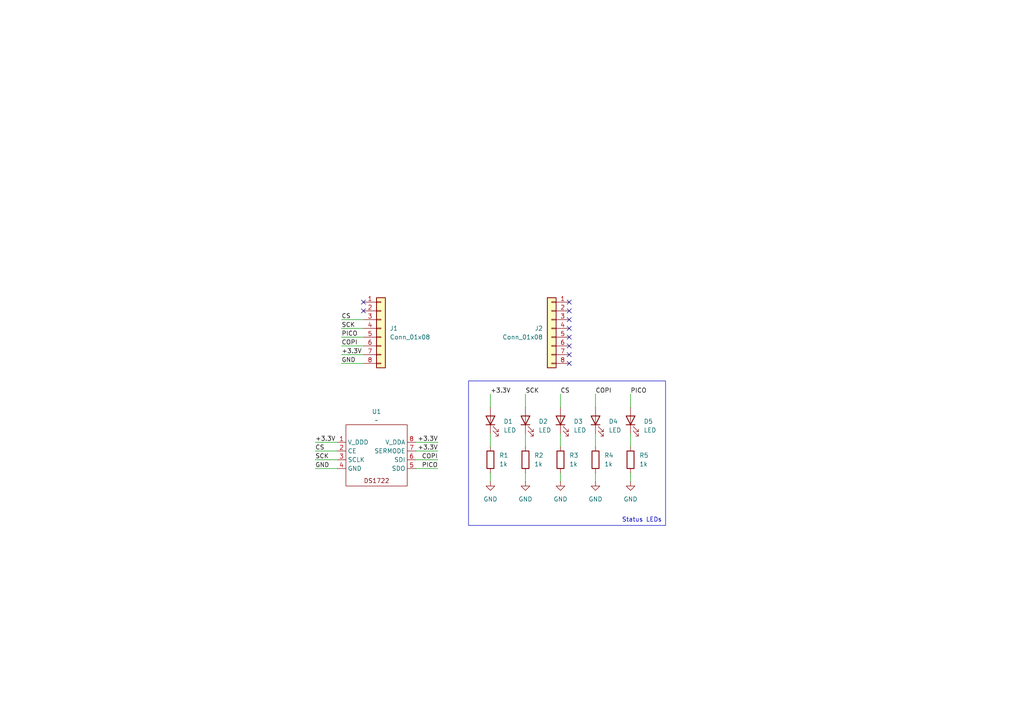
<source format=kicad_sch>
(kicad_sch (version 20231120) (generator "eeschema") (generator_version "8.0")
  (paper "A4")
  (lib_symbols
    (symbol "Connector_Generic:Conn_01x08" (pin_names (offset 1.016) hide)
      (property "Reference" "J" (at 0 10.16 0))
      (property "Value" "Conn_01x08" (at 0 -12.7 0))
      (symbol "Conn_01x08_1_1"
        (rectangle (start -1.27 -10.033) (end 0 -10.287) (stroke (width 0.1524)))
        (rectangle (start -1.27 -7.493) (end 0 -7.747) (stroke (width 0.1524)))
        (rectangle (start -1.27 -4.953) (end 0 -5.207) (stroke (width 0.1524)))
        (rectangle (start -1.27 -2.413) (end 0 -2.667) (stroke (width 0.1524)))
        (rectangle (start -1.27 0.127) (end 0 -0.127) (stroke (width 0.1524)))
        (rectangle (start -1.27 2.667) (end 0 2.413) (stroke (width 0.1524)))
        (rectangle (start -1.27 5.207) (end 0 4.953) (stroke (width 0.1524)))
        (rectangle (start -1.27 7.747) (end 0 7.493) (stroke (width 0.1524)))
        (rectangle (start -1.27 8.89) (end 1.27 -11.43) (stroke (width 0.254)) (fill (type background)))
        (pin passive line (at -5.08 7.62 0) (length 3.81) (name "Pin_1") (number "1"))
        (pin passive line (at -5.08 5.08 0) (length 3.81) (name "Pin_2") (number "2"))
        (pin passive line (at -5.08 2.54 0) (length 3.81) (name "Pin_3") (number "3"))
        (pin passive line (at -5.08 0 0) (length 3.81) (name "Pin_4") (number "4"))
        (pin passive line (at -5.08 -2.54 0) (length 3.81) (name "Pin_5") (number "5"))
        (pin passive line (at -5.08 -5.08 0) (length 3.81) (name "Pin_6") (number "6"))
        (pin passive line (at -5.08 -7.62 0) (length 3.81) (name "Pin_7") (number "7"))
        (pin passive line (at -5.08 -10.16 0) (length 3.81) (name "Pin_8") (number "8"))
      )
    )
    (symbol "Device:LED" (pin_numbers hide) (pin_names (offset 1.016) hide)
      (property "Reference" "D" (at 0 2.54 0))
      (property "Value" "LED" (at 0 -2.54 0))
      (symbol "LED_0_1"
        (polyline (pts (xy -1.27 -1.27) (xy -1.27 1.27)) (stroke (width 0.254)))
        (polyline (pts (xy -1.27 0) (xy 1.27 0)))
        (polyline (pts (xy 1.27 -1.27) (xy 1.27 1.27) (xy -1.27 0) (xy 1.27 -1.27)) (stroke (width 0.254)))
        (polyline (pts (xy -3.048 -0.762) (xy -4.572 -2.286) (xy -3.81 -2.286) (xy -4.572 -2.286) (xy -4.572 -1.524)))
        (polyline (pts (xy -1.778 -0.762) (xy -3.302 -2.286) (xy -2.54 -2.286) (xy -3.302 -2.286) (xy -3.302 -1.524)))
      )
      (symbol "LED_1_1"
        (pin passive line (at -3.81 0 0) (length 2.54) (name "K") (number "1"))
        (pin passive line (at 3.81 0 180) (length 2.54) (name "A") (number "2"))
      )
    )
    (symbol "Device:R" (pin_numbers hide) (pin_names (offset 0))
      (property "Reference" "R" (at 2.032 0 90))
      (property "Value" "R" (at 0 0 90))
      (symbol "R_0_1"
        (rectangle (start -1.016 -2.54) (end 1.016 2.54) (stroke (width 0.254)))
      )
      (symbol "R_1_1"
        (pin passive line (at 0 3.81 270) (length 1.27) (name "~") (number "1"))
        (pin passive line (at 0 -3.81 90) (length 1.27) (name "~") (number "2"))
      )
    )
    (symbol "PCB_Symbols:DS1722"
      (property "Reference" "U1" (at 0 7.874 0))
      (symbol "DS1722_0_1"
        (rectangle (start -8.89 6.35) (end 8.89 -11.43))
      )
      (symbol "DS1722_1_1"
        (text "DS1722" (at 0 -9.906 0) (effects (font (size 1.27 1.27))))
        (pin input line (at -11.43 1.27 0) (length 2.54) (name "V_DDD") (number "1"))
        (pin input line (at -11.43 -1.27 0) (length 2.54) (name "CE") (number "2"))
        (pin input line (at -11.43 -3.81 0) (length 2.54) (name "SCLK") (number "3"))
        (pin input line (at -11.43 -6.35 0) (length 2.54) (name "GND") (number "4"))
        (pin output line (at 11.43 -6.35 180) (length 2.54) (name "SDO") (number "5"))
        (pin input line (at 11.43 -3.81 180) (length 2.54) (name "SDI") (number "6"))
        (pin input line (at 11.43 -1.27 180) (length 2.54) (name "SERMODE") (number "7"))
        (pin input line (at 11.43 1.27 180) (length 2.54) (name "V_DDA") (number "8"))
      )
    )
    (symbol "power:GND" (power) (pin_numbers hide) (pin_names (offset 0) hide)
      (property "Value" "GND" (at 0 -3.81 0))
      (symbol "GND_0_1"
        (polyline (pts (xy 0 0) (xy 0 -1.27) (xy 1.27 -1.27) (xy 0 -2.54) (xy -1.27 -1.27) (xy 0 -1.27)))
      )
      (symbol "GND_1_1"
        (pin power_in line (at 0 0 270) (length 0) (name "~") (number "1"))
      )
    )
  )
  (no_connect (at 165.1 92.71))
  (no_connect (at 105.41 87.63))
  (no_connect (at 165.1 100.33))
  (no_connect (at 165.1 102.87))
  (no_connect (at 165.1 105.41))
  (no_connect (at 165.1 87.63))
  (no_connect (at 165.1 95.25))
  (no_connect (at 105.41 90.17))
  (no_connect (at 165.1 90.17))
  (no_connect (at 165.1 97.79))
  (wire (pts (xy 152.4 125.73) (xy 152.4 129.54)))
  (wire (pts (xy 99.06 97.79) (xy 105.41 97.79)))
  (wire (pts (xy 172.72 114.3) (xy 172.72 118.11)))
  (wire (pts (xy 91.44 133.35) (xy 97.79 133.35)))
  (wire (pts (xy 91.44 128.27) (xy 97.79 128.27)))
  (wire (pts (xy 127 130.81) (xy 120.65 130.81)))
  (wire (pts (xy 172.72 125.73) (xy 172.72 129.54)))
  (wire (pts (xy 142.24 114.3) (xy 142.24 118.11)))
  (wire (pts (xy 162.56 114.3) (xy 162.56 118.11)))
  (wire (pts (xy 182.88 114.3) (xy 182.88 118.11)))
  (wire (pts (xy 182.88 137.16) (xy 182.88 139.7)))
  (wire (pts (xy 99.06 95.25) (xy 105.41 95.25)))
  (wire (pts (xy 142.24 137.16) (xy 142.24 139.7)))
  (wire (pts (xy 172.72 137.16) (xy 172.72 139.7)))
  (wire (pts (xy 91.44 130.81) (xy 97.79 130.81)))
  (wire (pts (xy 127 133.35) (xy 120.65 133.35)))
  (wire (pts (xy 99.06 92.71) (xy 105.41 92.71)))
  (wire (pts (xy 99.06 102.87) (xy 105.41 102.87)))
  (wire (pts (xy 162.56 125.73) (xy 162.56 129.54)))
  (wire (pts (xy 127 135.89) (xy 120.65 135.89)))
  (wire (pts (xy 152.4 114.3) (xy 152.4 118.11)))
  (wire (pts (xy 127 128.27) (xy 120.65 128.27)))
  (wire (pts (xy 99.06 105.41) (xy 105.41 105.41)))
  (wire (pts (xy 152.4 137.16) (xy 152.4 139.7)))
  (wire (pts (xy 91.44 135.89) (xy 97.79 135.89)))
  (wire (pts (xy 182.88 125.73) (xy 182.88 129.54)))
  (wire (pts (xy 142.24 125.73) (xy 142.24 129.54)))
  (wire (pts (xy 99.06 100.33) (xy 105.41 100.33)))
  (wire (pts (xy 162.56 137.16) (xy 162.56 139.7)))
  (rectangle (start 135.89 110.49) (end 193.04 152.4))
  (text "Status LEDs" (at 186.182 150.876 0) (effects (font (size 1.27 1.27))))
  (label "GND" (at 91.44 135.89 0))
  (label "+3.3V" (at 127 130.81 180))
  (label "COPI" (at 99.06 100.33 0))
  (label "GND" (at 99.06 105.41 0))
  (label "+3.3V" (at 99.06 102.87 0))
  (label "SCK" (at 99.06 95.25 0))
  (label "+3.3V" (at 127 128.27 180))
  (label "+3.3V" (at 91.44 128.27 0))
  (label "COPI" (at 127 133.35 180))
  (label "PICO" (at 99.06 97.79 0))
  (label "CS" (at 99.06 92.71 0))
  (label "PICO" (at 182.88 114.3 0))
  (label "+3.3V" (at 142.24 114.3 0))
  (label "PICO" (at 127 135.89 180))
  (label "SCK" (at 91.44 133.35 0))
  (label "CS" (at 162.56 114.3 0))
  (label "CS" (at 91.44 130.81 0))
  (label "SCK" (at 152.4 114.3 0))
  (label "COPI" (at 172.72 114.3 0))
  (symbol (lib_id "Device:R") (at 152.4 133.35 0) (unit 1)
    (property "Reference" "R2" (at 154.94 132.0799 0) (effects (justify left)))
    (property "Value" "1k" (at 154.94 134.6199 0) (effects (justify left)))
    (property "Footprint" "Resistor_SMD:R_0805_2012Metric" (effects (hide yes)))
    (property "Description" "Resistor" (effects (hide yes)))
  )
  (symbol (lib_id "Device:LED") (at 152.4 121.92 90) (unit 1)
    (property "Reference" "D2" (at 156.21 122.2374 90) (effects (justify right)))
    (property "Value" "LED" (at 156.21 124.7774 90) (effects (justify right)))
    (property "Footprint" "LED_SMD:LED_0805_2012Metric" (effects (hide yes)))
    (property "Description" "Light emitting diode" (effects (hide yes)))
  )
  (symbol (lib_id "Device:LED") (at 162.56 121.92 90) (unit 1)
    (property "Reference" "D3" (at 166.37 122.2374 90) (effects (justify right)))
    (property "Value" "LED" (at 166.37 124.7774 90) (effects (justify right)))
    (property "Footprint" "LED_SMD:LED_0805_2012Metric" (effects (hide yes)))
    (property "Description" "Light emitting diode" (effects (hide yes)))
  )
  (symbol (lib_id "Device:R") (at 172.72 133.35 0) (unit 1)
    (property "Reference" "R4" (at 175.26 132.0799 0) (effects (justify left)))
    (property "Value" "1k" (at 175.26 134.6199 0) (effects (justify left)))
    (property "Footprint" "Resistor_SMD:R_0805_2012Metric" (effects (hide yes)))
    (property "Description" "Resistor" (effects (hide yes)))
  )
  (symbol (lib_id "Device:LED") (at 182.88 121.92 90) (unit 1)
    (property "Reference" "D5" (at 186.69 122.2374 90) (effects (justify right)))
    (property "Value" "LED" (at 186.69 124.7774 90) (effects (justify right)))
    (property "Footprint" "LED_SMD:LED_0805_2012Metric" (effects (hide yes)))
    (property "Description" "Light emitting diode" (effects (hide yes)))
  )
  (symbol (lib_id "Device:LED") (at 142.24 121.92 90) (unit 1)
    (property "Reference" "D1" (at 146.05 122.2374 90) (effects (justify right)))
    (property "Value" "LED" (at 146.05 124.7774 90) (effects (justify right)))
    (property "Footprint" "LED_SMD:LED_0805_2012Metric" (effects (hide yes)))
    (property "Description" "Light emitting diode" (effects (hide yes)))
  )
  (symbol (lib_id "Device:R") (at 182.88 133.35 0) (unit 1)
    (property "Reference" "R5" (at 185.42 132.0799 0) (effects (justify left)))
    (property "Value" "1k" (at 185.42 134.6199 0) (effects (justify left)))
    (property "Footprint" "Resistor_SMD:R_0805_2012Metric" (effects (hide yes)))
    (property "Description" "Resistor" (effects (hide yes)))
  )
  (symbol (lib_id "PCB_Symbols:DS1722") (at 109.22 129.54 0) (unit 1)
    (property "Reference" "U1" (at 109.22 119.38 0))
    (property "Value" "~" (at 109.22 121.92 0))
    (property "Footprint" "ds1722:DS1722" (effects (hide yes)))
  )
  (symbol (lib_id "Device:R") (at 142.24 133.35 0) (unit 1)
    (property "Reference" "R1" (at 144.78 132.0799 0) (effects (justify left)))
    (property "Value" "1k" (at 144.78 134.6199 0) (effects (justify left)))
    (property "Footprint" "Resistor_SMD:R_0805_2012Metric" (effects (hide yes)))
    (property "Description" "Resistor" (effects (hide yes)))
  )
  (symbol (lib_id "power:GND") (at 152.4 139.7 0) (unit 1)
    (property "Reference" "#PWR02" (effects (hide yes)))
    (property "Value" "GND" (at 152.4 144.78 0))
    (property "Description" "Power symbol creates a global label with name \"GND\" , ground" (effects (hide yes)))
  )
  (symbol (lib_id "Device:R") (at 162.56 133.35 0) (unit 1)
    (property "Reference" "R3" (at 165.1 132.0799 0) (effects (justify left)))
    (property "Value" "1k" (at 165.1 134.6199 0) (effects (justify left)))
    (property "Footprint" "Resistor_SMD:R_0805_2012Metric" (effects (hide yes)))
    (property "Description" "Resistor" (effects (hide yes)))
  )
  (symbol (lib_id "power:GND") (at 172.72 139.7 0) (unit 1)
    (property "Reference" "#PWR04" (effects (hide yes)))
    (property "Value" "GND" (at 172.72 144.78 0))
    (property "Description" "Power symbol creates a global label with name \"GND\" , ground" (effects (hide yes)))
  )
  (symbol (lib_id "power:GND") (at 182.88 139.7 0) (unit 1)
    (property "Reference" "#PWR05" (effects (hide yes)))
    (property "Value" "GND" (at 182.88 144.78 0))
    (property "Description" "Power symbol creates a global label with name \"GND\" , ground" (effects (hide yes)))
  )
  (symbol (lib_id "power:GND") (at 142.24 139.7 0) (unit 1)
    (property "Reference" "#PWR01" (effects (hide yes)))
    (property "Value" "GND" (at 142.24 144.78 0))
    (property "Description" "Power symbol creates a global label with name \"GND\" , ground" (effects (hide yes)))
  )
  (symbol (lib_id "Device:LED") (at 172.72 121.92 90) (unit 1)
    (property "Reference" "D4" (at 176.53 122.2374 90) (effects (justify right)))
    (property "Value" "LED" (at 176.53 124.7774 90) (effects (justify right)))
    (property "Footprint" "LED_SMD:LED_0805_2012Metric" (effects (hide yes)))
    (property "Description" "Light emitting diode" (effects (hide yes)))
  )
  (symbol (lib_id "Connector_Generic:Conn_01x08") (at 160.02 95.25 0) (mirror y) (unit 1)
    (property "Reference" "J2" (at 157.48 95.2499 0) (effects (justify left)))
    (property "Value" "Conn_01x08" (at 157.48 97.7899 0) (effects (justify left)))
    (property "Footprint" "Connector_PinSocket_2.54mm:PinSocket_1x08_P2.54mm_Vertical" (effects (hide yes)))
    (property "Description" "Generic connector, single row, 01x08, script generated (kicad-library-utils/schlib/autogen/connector/)" (effects (hide yes)))
  )
  (symbol (lib_id "power:GND") (at 162.56 139.7 0) (unit 1)
    (property "Reference" "#PWR03" (effects (hide yes)))
    (property "Value" "GND" (at 162.56 144.78 0))
    (property "Description" "Power symbol creates a global label with name \"GND\" , ground" (effects (hide yes)))
  )
  (symbol (lib_id "Connector_Generic:Conn_01x08") (at 110.49 95.25 0) (unit 1)
    (property "Reference" "J1" (at 113.03 95.2499 0) (effects (justify left)))
    (property "Value" "Conn_01x08" (at 113.03 97.7899 0) (effects (justify left)))
    (property "Footprint" "Connector_PinSocket_2.54mm:PinSocket_1x08_P2.54mm_Vertical" (effects (hide yes)))
    (property "Description" "Generic connector, single row, 01x08, script generated (kicad-library-utils/schlib/autogen/connector/)" (effects (hide yes)))
  )
)
</source>
